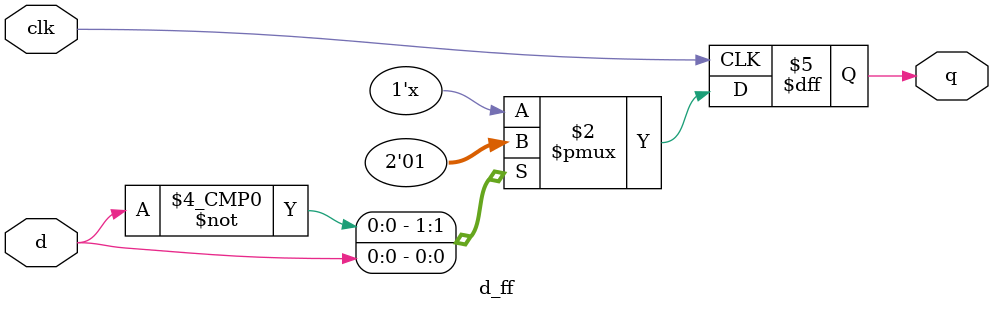
<source format=v>
module d_ff(d,clk,q);
input d,clk;
output reg q;
always @(posedge clk) 
begin
case (d)
1'b0: q<=0;
1'b1: q<=1;
default: q<=0;
endcase
end
endmodule

</source>
